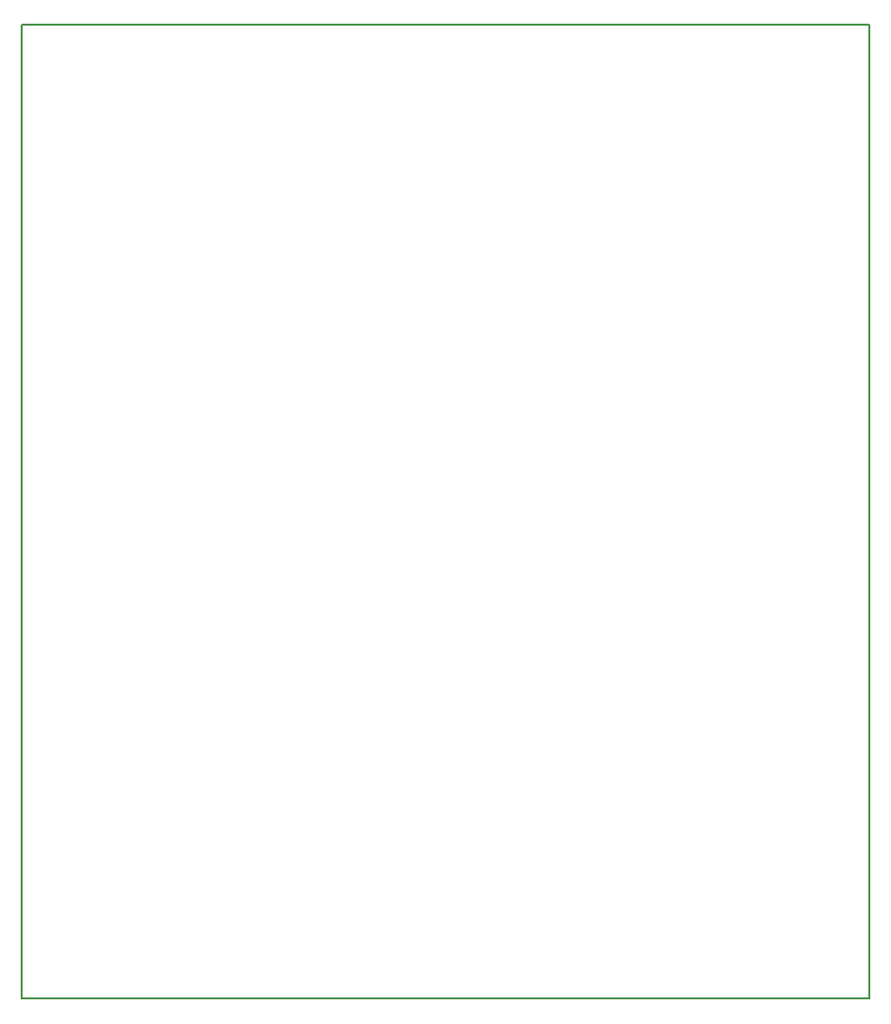
<source format=gbr>
G04 #@! TF.GenerationSoftware,KiCad,Pcbnew,5.0.2-bee76a0~70~ubuntu18.04.1*
G04 #@! TF.CreationDate,2019-07-28T23:16:02-04:00*
G04 #@! TF.ProjectId,knuth-gateway,6b6e7574-682d-4676-9174-657761792e6b,rev?*
G04 #@! TF.SameCoordinates,Original*
G04 #@! TF.FileFunction,Profile,NP*
%FSLAX46Y46*%
G04 Gerber Fmt 4.6, Leading zero omitted, Abs format (unit mm)*
G04 Created by KiCad (PCBNEW 5.0.2-bee76a0~70~ubuntu18.04.1) date Sun 28 Jul 2019 11:16:02 PM EDT*
%MOMM*%
%LPD*%
G01*
G04 APERTURE LIST*
%ADD10C,0.150000*%
G04 APERTURE END LIST*
D10*
X206311500Y-45656500D02*
X204343000Y-45656500D01*
X204343000Y-129222500D02*
X204343000Y-45656500D01*
X277114000Y-129222500D02*
X204343000Y-129222500D01*
X277114000Y-45656500D02*
X277114000Y-129222500D01*
X206311500Y-45656500D02*
X277114000Y-45656500D01*
M02*

</source>
